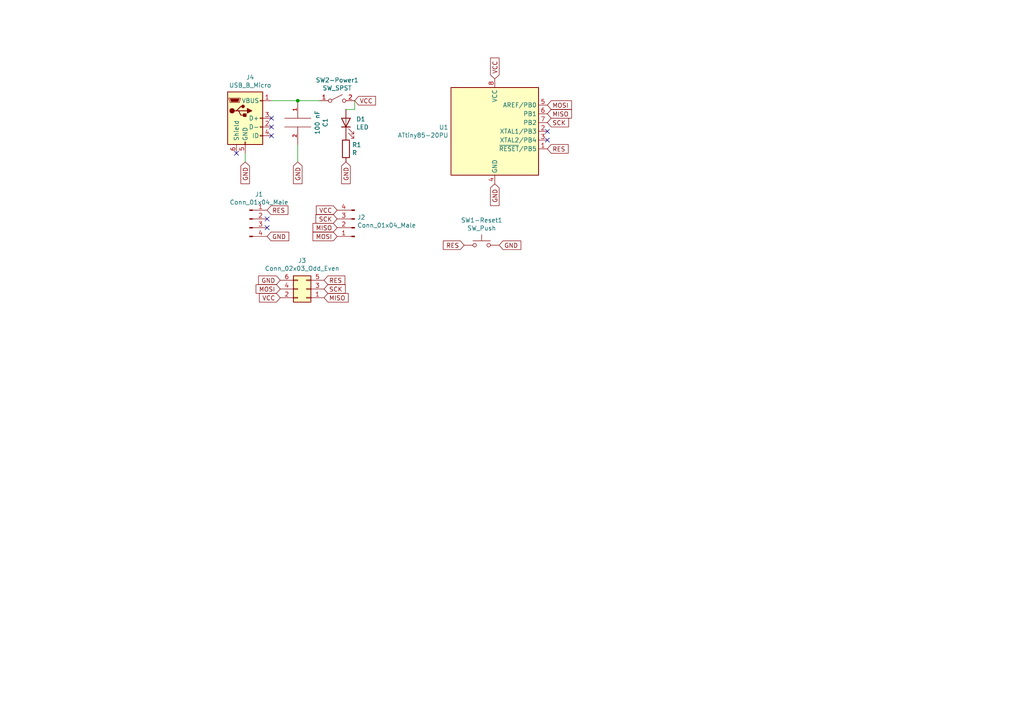
<source format=kicad_sch>
(kicad_sch (version 20211123) (generator eeschema)
  (paper "A4")
  (title_block (title "ATtiny 85 programming adapter") (comment 1 "copyright applies according to LICENSE_hardware.md in GitHub root folder"))
  (lib_symbols
    (symbol "Connector:Conn_01x04_Male" (pin_names (offset 1.016) hide)
      (property "Reference" "J" (at 0 5.08 0))
      (property "Value" "Conn_01x04_Male" (at 0 -7.62 0))
      (symbol "Conn_01x04_Male_1_1"
        (polyline (pts (xy 1.27 -5.08) (xy 0.8636 -5.08)) (stroke (width 0.1524)))
        (polyline (pts (xy 1.27 -2.54) (xy 0.8636 -2.54)) (stroke (width 0.1524)))
        (polyline (pts (xy 1.27 0) (xy 0.8636 0)) (stroke (width 0.1524)))
        (polyline (pts (xy 1.27 2.54) (xy 0.8636 2.54)) (stroke (width 0.1524)))
        (rectangle (start 0.8636 -4.953) (end 0 -5.207) (stroke (width 0.1524)) (fill (type outline)))
        (rectangle (start 0.8636 -2.413) (end 0 -2.667) (stroke (width 0.1524)) (fill (type outline)))
        (rectangle (start 0.8636 0.127) (end 0 -0.127) (stroke (width 0.1524)) (fill (type outline)))
        (rectangle (start 0.8636 2.667) (end 0 2.413) (stroke (width 0.1524)) (fill (type outline)))
        (pin passive line (at 5.08 2.54 180) (length 3.81) (name "Pin_1") (number "1"))
        (pin passive line (at 5.08 0 180) (length 3.81) (name "Pin_2") (number "2"))
        (pin passive line (at 5.08 -2.54 180) (length 3.81) (name "Pin_3") (number "3"))
        (pin passive line (at 5.08 -5.08 180) (length 3.81) (name "Pin_4") (number "4"))
      )
    )
    (symbol "Connector:USB_B_Micro" (pin_names (offset 1.016))
      (property "Reference" "J" (at -5.08 11.43 0))
      (property "Value" "USB_B_Micro" (at -5.08 8.89 0))
      (symbol "USB_B_Micro_0_1"
        (rectangle (start -5.08 -7.62) (end 5.08 7.62) (stroke (width 0.254)) (fill (type background)))
        (circle (center -3.81 2.159) (radius 0.635) (stroke (width 0.254)) (fill (type outline)))
        (circle (center -0.635 3.429) (radius 0.381) (stroke (width 0.254)) (fill (type outline)))
        (rectangle (start -0.127 -7.62) (end 0.127 -6.858))
        (polyline (pts (xy -1.905 2.159) (xy 0.635 2.159)) (stroke (width 0.254)))
        (polyline (pts (xy -3.175 2.159) (xy -2.54 2.159) (xy -1.27 3.429) (xy -0.635 3.429)) (stroke (width 0.254)))
        (polyline (pts (xy -2.54 2.159) (xy -1.905 2.159) (xy -1.27 0.889) (xy 0 0.889)) (stroke (width 0.254)))
        (polyline (pts (xy 0.635 2.794) (xy 0.635 1.524) (xy 1.905 2.159) (xy 0.635 2.794)) (stroke (width 0.254)) (fill (type outline)))
        (polyline (pts (xy -4.318 5.588) (xy -1.778 5.588) (xy -2.032 4.826) (xy -4.064 4.826) (xy -4.318 5.588)) (fill (type outline)))
        (polyline (pts (xy -4.699 5.842) (xy -4.699 5.588) (xy -4.445 4.826) (xy -4.445 4.572) (xy -1.651 4.572) (xy -1.651 4.826) (xy -1.397 5.588) (xy -1.397 5.842) (xy -4.699 5.842)))
        (rectangle (start 0.254 1.27) (end -0.508 0.508) (stroke (width 0.254)) (fill (type outline)))
        (rectangle (start 5.08 -5.207) (end 4.318 -4.953))
        (rectangle (start 5.08 -2.667) (end 4.318 -2.413))
        (rectangle (start 5.08 -0.127) (end 4.318 0.127))
        (rectangle (start 5.08 4.953) (end 4.318 5.207))
      )
      (symbol "USB_B_Micro_1_1"
        (pin power_out line (at 7.62 5.08 180) (length 2.54) (name "VBUS") (number "1"))
        (pin bidirectional line (at 7.62 -2.54 180) (length 2.54) (name "D-") (number "2"))
        (pin bidirectional line (at 7.62 0 180) (length 2.54) (name "D+") (number "3"))
        (pin passive line (at 7.62 -5.08 180) (length 2.54) (name "ID") (number "4"))
        (pin power_out line (at 0 -10.16 90) (length 2.54) (name "GND") (number "5"))
        (pin passive line (at -2.54 -10.16 90) (length 2.54) (name "Shield") (number "6"))
      )
    )
    (symbol "Connector_Generic:Conn_02x03_Odd_Even" (pin_names (offset 1.016) hide)
      (property "Reference" "J" (at 1.27 5.08 0))
      (property "Value" "Conn_02x03_Odd_Even" (at 1.27 -5.08 0))
      (symbol "Conn_02x03_Odd_Even_1_1"
        (rectangle (start -1.27 -2.413) (end 0 -2.667) (stroke (width 0.1524)))
        (rectangle (start -1.27 0.127) (end 0 -0.127) (stroke (width 0.1524)))
        (rectangle (start -1.27 2.667) (end 0 2.413) (stroke (width 0.1524)))
        (rectangle (start -1.27 3.81) (end 3.81 -3.81) (stroke (width 0.254)) (fill (type background)))
        (rectangle (start 3.81 -2.413) (end 2.54 -2.667) (stroke (width 0.1524)))
        (rectangle (start 3.81 0.127) (end 2.54 -0.127) (stroke (width 0.1524)))
        (rectangle (start 3.81 2.667) (end 2.54 2.413) (stroke (width 0.1524)))
        (pin passive line (at -5.08 2.54 0) (length 3.81) (name "Pin_1") (number "1"))
        (pin passive line (at 7.62 2.54 180) (length 3.81) (name "Pin_2") (number "2"))
        (pin passive line (at -5.08 0 0) (length 3.81) (name "Pin_3") (number "3"))
        (pin passive line (at 7.62 0 180) (length 3.81) (name "Pin_4") (number "4"))
        (pin passive line (at -5.08 -2.54 0) (length 3.81) (name "Pin_5") (number "5"))
        (pin passive line (at 7.62 -2.54 180) (length 3.81) (name "Pin_6") (number "6"))
      )
    )
    (symbol "Device:LED" (pin_numbers hide) (pin_names (offset 1.016) hide)
      (property "Reference" "D" (at 0 2.54 0))
      (property "Value" "LED" (at 0 -2.54 0))
      (symbol "LED_0_1"
        (polyline (pts (xy -1.27 -1.27) (xy -1.27 1.27)) (stroke (width 0.254)))
        (polyline (pts (xy -1.27 0) (xy 1.27 0)))
        (polyline (pts (xy 1.27 -1.27) (xy 1.27 1.27) (xy -1.27 0) (xy 1.27 -1.27)) (stroke (width 0.254)))
        (polyline (pts (xy -3.048 -0.762) (xy -4.572 -2.286) (xy -3.81 -2.286) (xy -4.572 -2.286) (xy -4.572 -1.524)))
        (polyline (pts (xy -1.778 -0.762) (xy -3.302 -2.286) (xy -2.54 -2.286) (xy -3.302 -2.286) (xy -3.302 -1.524)))
      )
      (symbol "LED_1_1"
        (pin passive line (at -3.81 0 0) (length 2.54) (name "K") (number "1"))
        (pin passive line (at 3.81 0 180) (length 2.54) (name "A") (number "2"))
      )
    )
    (symbol "Device:R" (pin_numbers hide) (pin_names (offset 0))
      (property "Reference" "R" (at 2.032 0 90))
      (property "Value" "R" (at 0 0 90))
      (symbol "R_0_1"
        (rectangle (start -1.016 -2.54) (end 1.016 2.54) (stroke (width 0.254)))
      )
      (symbol "R_1_1"
        (pin passive line (at 0 3.81 270) (length 1.27) (name "~") (number "1"))
        (pin passive line (at 0 -3.81 90) (length 1.27) (name "~") (number "2"))
      )
    )
    (symbol "MCU_Microchip_ATtiny:ATtiny85-20PU"
      (property "Reference" "U" (at -12.7 13.97 0))
      (property "Value" "MCU_Microchip_ATtiny_ATtiny85-20PU" (at 2.54 -13.97 0))
      (symbol "ATtiny85-20PU_0_1"
        (rectangle (start -12.7 -12.7) (end 12.7 12.7) (stroke (width 0.254)) (fill (type background)))
      )
      (symbol "ATtiny85-20PU_1_1"
        (pin bidirectional line (at 15.24 -5.08 180) (length 2.54) (name "~{RESET}/PB5") (number "1"))
        (pin bidirectional line (at 15.24 0 180) (length 2.54) (name "XTAL1/PB3") (number "2"))
        (pin bidirectional line (at 15.24 -2.54 180) (length 2.54) (name "XTAL2/PB4") (number "3"))
        (pin power_in line (at 0 -15.24 90) (length 2.54) (name "GND") (number "4"))
        (pin bidirectional line (at 15.24 7.62 180) (length 2.54) (name "AREF/PB0") (number "5"))
        (pin bidirectional line (at 15.24 5.08 180) (length 2.54) (name "PB1") (number "6"))
        (pin bidirectional line (at 15.24 2.54 180) (length 2.54) (name "PB2") (number "7"))
        (pin power_in line (at 0 15.24 270) (length 2.54) (name "VCC") (number "8"))
      )
    )
    (symbol "Switch:SW_Push" (pin_numbers hide) (pin_names (offset 1.016) hide)
      (property "Reference" "SW" (at 1.27 2.54 0))
      (property "Value" "SW_Push" (at 0 -1.524 0))
      (symbol "SW_Push_0_1"
        (circle (center -2.032 0) (radius 0.508))
        (polyline (pts (xy 0 1.27) (xy 0 3.048)))
        (polyline (pts (xy 2.54 1.27) (xy -2.54 1.27)))
        (circle (center 2.032 0) (radius 0.508))
        (pin passive line (at -5.08 0 0) (length 2.54) (name "1") (number "1"))
        (pin passive line (at 5.08 0 180) (length 2.54) (name "2") (number "2"))
      )
    )
    (symbol "Switch:SW_SPST" (pin_names (offset 0) hide)
      (property "Reference" "SW" (at 0 3.175 0))
      (property "Value" "SW_SPST" (at 0 -2.54 0))
      (symbol "SW_SPST_0_0"
        (circle (center -2.032 0) (radius 0.508))
        (polyline (pts (xy -1.524 0.254) (xy 1.524 1.778)))
        (circle (center 2.032 0) (radius 0.508))
      )
      (symbol "SW_SPST_1_1"
        (pin passive line (at -5.08 0 0) (length 2.54) (name "A") (number "1"))
        (pin passive line (at 5.08 0 180) (length 2.54) (name "B") (number "2"))
      )
    )
    (symbol "pspice:CAP" (pin_names (offset 0.254))
      (property "Reference" "C" (at 2.54 3.81 90))
      (property "Value" "CAP" (at 2.54 -3.81 90))
      (symbol "CAP_0_1"
        (polyline (pts (xy -3.81 -1.27) (xy 3.81 -1.27)))
        (polyline (pts (xy -3.81 1.27) (xy 3.81 1.27)))
      )
      (symbol "CAP_1_1"
        (pin passive line (at 0 6.35 270) (length 5.08) (name "~") (number "1"))
        (pin passive line (at 0 -6.35 90) (length 5.08) (name "~") (number "2"))
      )
    )
  )
  (junction (at 86.36 29.21))
  (no_connect (at 68.58 44.45))
  (no_connect (at 77.47 66.04))
  (no_connect (at 158.75 40.64))
  (no_connect (at 78.74 39.37))
  (no_connect (at 158.75 38.1))
  (no_connect (at 78.74 36.83))
  (no_connect (at 77.47 63.5))
  (no_connect (at 78.74 34.29))
  (wire (pts (xy 71.12 44.45) (xy 71.12 46.99)))
  (wire (pts (xy 86.36 29.21) (xy 92.71 29.21)))
  (wire (pts (xy 78.74 29.21) (xy 86.36 29.21)))
  (wire (pts (xy 102.87 31.75) (xy 102.87 29.21)))
  (wire (pts (xy 86.36 41.91) (xy 86.36 46.99)))
  (wire (pts (xy 100.33 31.75) (xy 102.87 31.75)))
  (global_label "MISO" (shape input) (at 158.75 33.02 0) (property "Referenzen zwischen Schaltplänen" "${INTERSHEET_REFS}" (effects hide)))
  (global_label "MISO" (shape input) (at 93.98 86.36 0) (property "Referenzen zwischen Schaltplänen" "${INTERSHEET_REFS}" (effects hide)))
  (global_label "VCC" (shape input) (at 81.28 86.36 180) (property "Referenzen zwischen Schaltplänen" "${INTERSHEET_REFS}" (effects hide)))
  (global_label "VCC" (shape input) (at 102.87 29.21 0) (property "Referenzen zwischen Schaltplänen" "${INTERSHEET_REFS}" (effects hide)))
  (global_label "VCC" (shape input) (at 143.51 22.86 90) (property "Referenzen zwischen Schaltplänen" "${INTERSHEET_REFS}" (effects hide)))
  (global_label "MISO" (shape input) (at 97.79 66.04 180) (property "Referenzen zwischen Schaltplänen" "${INTERSHEET_REFS}" (effects hide)))
  (global_label "GND" (shape input) (at 81.28 81.28 180) (property "Referenzen zwischen Schaltplänen" "${INTERSHEET_REFS}" (effects hide)))
  (global_label "GND" (shape input) (at 144.78 71.12 0) (property "Referenzen zwischen Schaltplänen" "${INTERSHEET_REFS}" (effects hide)))
  (global_label "SCK" (shape input) (at 158.75 35.56 0) (property "Referenzen zwischen Schaltplänen" "${INTERSHEET_REFS}" (effects hide)))
  (global_label "GND" (shape input) (at 86.36 46.99 270) (property "Referenzen zwischen Schaltplänen" "${INTERSHEET_REFS}" (effects hide)))
  (global_label "SCK" (shape input) (at 97.79 63.5 180) (property "Referenzen zwischen Schaltplänen" "${INTERSHEET_REFS}" (effects hide)))
  (global_label "MOSI" (shape input) (at 81.28 83.82 180) (property "Referenzen zwischen Schaltplänen" "${INTERSHEET_REFS}" (effects hide)))
  (global_label "VCC" (shape input) (at 97.79 60.96 180) (property "Referenzen zwischen Schaltplänen" "${INTERSHEET_REFS}" (effects hide)))
  (global_label "GND" (shape input) (at 71.12 46.99 270) (property "Referenzen zwischen Schaltplänen" "${INTERSHEET_REFS}" (effects hide)))
  (global_label "GND" (shape input) (at 143.51 53.34 270) (property "Referenzen zwischen Schaltplänen" "${INTERSHEET_REFS}" (effects hide)))
  (global_label "RES" (shape input) (at 93.98 81.28 0) (property "Referenzen zwischen Schaltplänen" "${INTERSHEET_REFS}" (effects hide)))
  (global_label "RES" (shape input) (at 77.47 60.96 0) (property "Referenzen zwischen Schaltplänen" "${INTERSHEET_REFS}" (effects hide)))
  (global_label "RES" (shape input) (at 134.62 71.12 180) (property "Referenzen zwischen Schaltplänen" "${INTERSHEET_REFS}" (effects hide)))
  (global_label "RES" (shape input) (at 158.75 43.18 0) (property "Referenzen zwischen Schaltplänen" "${INTERSHEET_REFS}" (effects hide)))
  (global_label "GND" (shape input) (at 77.47 68.58 0) (property "Referenzen zwischen Schaltplänen" "${INTERSHEET_REFS}" (effects hide)))
  (global_label "SCK" (shape input) (at 93.98 83.82 0) (property "Referenzen zwischen Schaltplänen" "${INTERSHEET_REFS}" (effects hide)))
  (global_label "MOSI" (shape input) (at 158.75 30.48 0) (property "Referenzen zwischen Schaltplänen" "${INTERSHEET_REFS}" (effects hide)))
  (global_label "GND" (shape input) (at 100.33 46.99 270) (property "Referenzen zwischen Schaltplänen" "${INTERSHEET_REFS}" (effects hide)))
  (global_label "MOSI" (shape input) (at 97.79 68.58 180) (property "Referenzen zwischen Schaltplänen" "${INTERSHEET_REFS}" (effects hide)))
  (symbol (lib_id "Connector:Conn_01x04_Male") (at 72.39 63.5 0) (unit 1)
    (property "Reference" "J1" (at 75.1332 56.3626 0))
    (property "Value" "Conn_01x04_Male" (at 75.1332 58.674 0))
    (property "Footprint" "Connector_PinHeader_2.54mm:PinHeader_1x04_P2.54mm_Vertical" (effects hide))
  )
  (symbol (lib_id "Connector:Conn_01x04_Male") (at 102.87 66.04 180) (unit 1)
    (property "Reference" "J2" (at 103.5812 63.0428 0) (effects (justify right)))
    (property "Value" "Conn_01x04_Male" (at 103.5812 65.3542 0) (effects (justify right)))
    (property "Footprint" "Connector_PinHeader_2.54mm:PinHeader_1x04_P2.54mm_Vertical" (effects hide))
  )
  (symbol (lib_id "Connector_Generic:Conn_02x03_Odd_Even") (at 88.9 83.82 180) (unit 1)
    (property "Reference" "J3" (at 87.63 75.565 0))
    (property "Value" "Conn_02x03_Odd_Even" (at 87.63 77.8764 0))
    (property "Footprint" "Connector_PinHeader_2.54mm:PinHeader_2x03_P2.54mm_Vertical" (effects hide))
  )
  (symbol (lib_id "MCU_Microchip_ATtiny:ATtiny85-20PU") (at 143.51 38.1 0) (unit 1)
    (property "Reference" "U1" (at 130.0734 36.9316 0) (effects (justify right)))
    (property "Value" "ATtiny85-20PU" (at 130.0734 39.243 0) (effects (justify right)))
    (property "Footprint" "Package_DIP:DIP-8_W7.62mm" (effects hide))
    (property "Datasheet" "http://ww1.microchip.com/downloads/en/DeviceDoc/atmel-2586-avr-8-bit-microcontroller-attiny25-attiny45-attiny85_datasheet.pdf" (effects hide))
  )
  (symbol (lib_id "Switch:SW_Push") (at 139.7 71.12 0) (unit 1)
    (property "Reference" "SW1-Reset1" (at 139.7 63.881 0))
    (property "Value" "SW_Push" (at 139.7 66.1924 0))
    (property "Footprint" "Button_Switch_THT:Push_E-Switch_KS01Q01" (effects hide))
  )
  (symbol (lib_id "Switch:SW_SPST") (at 97.79 29.21 0) (unit 1)
    (property "Reference" "SW2-Power1" (at 97.79 23.241 0))
    (property "Value" "SW_SPST" (at 97.79 25.5524 0))
    (property "Footprint" "Button_Switch_THT:Push_E-Switch_KS01Q01" (effects hide))
  )
  (symbol (lib_id "Device:LED") (at 100.33 35.56 90) (unit 1)
    (property "Reference" "D1" (at 103.3018 34.5694 90) (effects (justify right)))
    (property "Value" "LED" (at 103.3018 36.8808 90) (effects (justify right)))
    (property "Footprint" "LED_THT:LED_D5.0mm" (effects hide))
  )
  (symbol (lib_id "Device:R") (at 100.33 43.18 180) (unit 1)
    (property "Reference" "R1" (at 102.108 42.0116 0) (effects (justify right)))
    (property "Value" "R" (at 102.108 44.323 0) (effects (justify right)))
    (property "Footprint" "Resistor_THT:R_Axial_DIN0207_L6.3mm_D2.5mm_P5.08mm_Vertical" (effects hide))
  )
  (symbol (lib_id "Connector:USB_B_Micro") (at 71.12 34.29 0) (unit 1)
    (property "Reference" "J4" (at 72.5678 22.4282 0))
    (property "Value" "USB_B_Micro" (at 72.5678 24.7396 0))
    (property "Footprint" "Connector_PinHeader_2.54mm:PinHeader_1x06_P2.54mm_Vertical" (effects hide))
  )
  (symbol (lib_id "pspice:CAP") (at 86.36 35.56 0) (unit 1)
    (property "Reference" "C1" (at 94.361 35.56 90))
    (property "Value" "100 nF" (at 92.0496 35.56 90))
    (property "Footprint" "Capacitor_THT:C_Axial_L5.1mm_D3.1mm_P7.50mm_Horizontal" (effects hide))
  )
)
</source>
